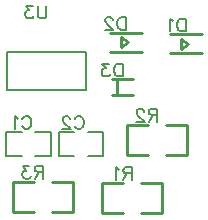
<source format=gbo>
G04 Layer: BottomSilkLayer*
G04 EasyEDA v6.1.52, Mon, 22 Jul 2019 07:30:32 GMT*
G04 48bfd73402ea4c338a6de7f667507198,62ece946848449f3960951035e99d9e0,10*
G04 Gerber Generator version 0.2*
G04 Scale: 100 percent, Rotated: No, Reflected: No *
G04 Dimensions in millimeters *
G04 leading zeros omitted , absolute positions ,3 integer and 3 decimal *
%FSLAX33Y33*%
%MOMM*%
G90*
G71D02*

%ADD31C,0.254000*%
%ADD32C,0.152400*%
%ADD34C,0.200660*%
%ADD35C,0.199898*%

%LPD*%
G54D34*
G01X835Y14500D02*
G01X7536Y14500D01*
G01X7536Y17749D01*
G01X835Y17749D01*
G01X835Y14500D01*
G54D31*
G01X11099Y18542D02*
G01X10515Y18948D01*
G01X10515Y18948D02*
G01X10515Y18135D01*
G01X10515Y18135D02*
G01X11099Y18542D01*
G01X12268Y19329D02*
G01X9575Y19329D01*
G01X9575Y17754D02*
G01X12268Y17754D01*
G01X16179Y18415D02*
G01X15595Y18821D01*
G01X15595Y18821D02*
G01X15595Y18008D01*
G01X15595Y18008D02*
G01X16179Y18415D01*
G01X17348Y19202D02*
G01X14655Y19202D01*
G01X14655Y17627D02*
G01X17348Y17627D01*
G01X11557Y15392D02*
G01X11176Y15392D01*
G01X11176Y15392D02*
G01X9779Y15392D01*
G01X11557Y14071D02*
G01X11176Y14071D01*
G01X11176Y14071D02*
G01X9779Y14071D01*
G01X10167Y15332D02*
G01X10167Y14111D01*
G01X14351Y11557D02*
G01X16129Y11557D01*
G01X16129Y9017D01*
G01X14351Y9017D01*
G01X12827Y9017D02*
G01X11049Y9017D01*
G01X11049Y11557D01*
G01X12827Y11557D01*
G01X4699Y6731D02*
G01X6477Y6731D01*
G01X6477Y4191D01*
G01X4699Y4191D01*
G01X3175Y4191D02*
G01X1397Y4191D01*
G01X1397Y6731D01*
G01X3175Y6731D01*
G01X12192Y6604D02*
G01X13970Y6604D01*
G01X13970Y4064D01*
G01X12192Y4064D01*
G01X10668Y4064D02*
G01X8890Y4064D01*
G01X8890Y6604D01*
G01X10668Y6604D01*
G54D35*
G01X2112Y8871D02*
G01X792Y8871D01*
G01X792Y10941D01*
G01X2112Y10941D01*
G01X3244Y8871D02*
G01X4564Y8871D01*
G01X4564Y10941D01*
G01X3244Y10941D01*
G01X6557Y8871D02*
G01X5237Y8871D01*
G01X5237Y10941D01*
G01X6557Y10941D01*
G01X7689Y8871D02*
G01X9009Y8871D01*
G01X9009Y10941D01*
G01X7689Y10941D01*
G54D32*
G01X4203Y21650D02*
G01X4203Y20873D01*
G01X4152Y20716D01*
G01X4048Y20612D01*
G01X3891Y20561D01*
G01X3787Y20561D01*
G01X3632Y20612D01*
G01X3528Y20716D01*
G01X3477Y20873D01*
G01X3477Y21650D01*
G01X3030Y21650D02*
G01X2458Y21650D01*
G01X2768Y21236D01*
G01X2613Y21236D01*
G01X2509Y21183D01*
G01X2458Y21132D01*
G01X2405Y20977D01*
G01X2405Y20873D01*
G01X2458Y20716D01*
G01X2562Y20612D01*
G01X2717Y20561D01*
G01X2872Y20561D01*
G01X3030Y20612D01*
G01X3081Y20665D01*
G01X3134Y20769D01*
G01X10922Y20673D02*
G01X10922Y19583D01*
G01X10922Y20673D02*
G01X10558Y20673D01*
G01X10401Y20622D01*
G01X10299Y20518D01*
G01X10246Y20413D01*
G01X10195Y20259D01*
G01X10195Y19999D01*
G01X10246Y19842D01*
G01X10299Y19738D01*
G01X10401Y19634D01*
G01X10558Y19583D01*
G01X10922Y19583D01*
G01X9799Y20413D02*
G01X9799Y20467D01*
G01X9748Y20571D01*
G01X9695Y20622D01*
G01X9591Y20673D01*
G01X9385Y20673D01*
G01X9281Y20622D01*
G01X9227Y20571D01*
G01X9177Y20467D01*
G01X9177Y20363D01*
G01X9227Y20259D01*
G01X9331Y20101D01*
G01X9852Y19583D01*
G01X9123Y19583D01*
G01X16002Y20546D02*
G01X16002Y19456D01*
G01X16002Y20546D02*
G01X15638Y20546D01*
G01X15481Y20495D01*
G01X15379Y20391D01*
G01X15326Y20286D01*
G01X15275Y20132D01*
G01X15275Y19872D01*
G01X15326Y19715D01*
G01X15379Y19611D01*
G01X15481Y19507D01*
G01X15638Y19456D01*
G01X16002Y19456D01*
G01X14932Y20340D02*
G01X14828Y20391D01*
G01X14671Y20546D01*
G01X14671Y19456D01*
G01X10668Y16736D02*
G01X10668Y15646D01*
G01X10668Y16736D02*
G01X10304Y16736D01*
G01X10147Y16685D01*
G01X10045Y16581D01*
G01X9992Y16477D01*
G01X9941Y16322D01*
G01X9941Y16063D01*
G01X9992Y15905D01*
G01X10045Y15801D01*
G01X10147Y15697D01*
G01X10304Y15646D01*
G01X10668Y15646D01*
G01X9494Y16736D02*
G01X8923Y16736D01*
G01X9232Y16322D01*
G01X9077Y16322D01*
G01X8973Y16268D01*
G01X8923Y16218D01*
G01X8869Y16063D01*
G01X8869Y15959D01*
G01X8923Y15801D01*
G01X9027Y15697D01*
G01X9182Y15646D01*
G01X9337Y15646D01*
G01X9494Y15697D01*
G01X9545Y15750D01*
G01X9598Y15854D01*
G01X13589Y12900D02*
G01X13589Y11811D01*
G01X13589Y12900D02*
G01X13121Y12900D01*
G01X12966Y12849D01*
G01X12913Y12799D01*
G01X12862Y12694D01*
G01X12862Y12590D01*
G01X12913Y12486D01*
G01X12966Y12433D01*
G01X13121Y12382D01*
G01X13589Y12382D01*
G01X13225Y12382D02*
G01X12862Y11811D01*
G01X12466Y12641D02*
G01X12466Y12694D01*
G01X12415Y12799D01*
G01X12362Y12849D01*
G01X12258Y12900D01*
G01X12052Y12900D01*
G01X11948Y12849D01*
G01X11894Y12799D01*
G01X11844Y12694D01*
G01X11844Y12590D01*
G01X11894Y12486D01*
G01X11998Y12329D01*
G01X12519Y11811D01*
G01X11790Y11811D01*
G01X3937Y8074D02*
G01X3937Y6985D01*
G01X3937Y8074D02*
G01X3469Y8074D01*
G01X3314Y8023D01*
G01X3261Y7973D01*
G01X3210Y7868D01*
G01X3210Y7764D01*
G01X3261Y7660D01*
G01X3314Y7607D01*
G01X3469Y7556D01*
G01X3937Y7556D01*
G01X3573Y7556D02*
G01X3210Y6985D01*
G01X2763Y8074D02*
G01X2192Y8074D01*
G01X2501Y7660D01*
G01X2346Y7660D01*
G01X2242Y7607D01*
G01X2192Y7556D01*
G01X2138Y7401D01*
G01X2138Y7297D01*
G01X2192Y7139D01*
G01X2296Y7035D01*
G01X2451Y6985D01*
G01X2606Y6985D01*
G01X2763Y7035D01*
G01X2814Y7089D01*
G01X2867Y7193D01*
G01X11430Y7947D02*
G01X11430Y6858D01*
G01X11430Y7947D02*
G01X10962Y7947D01*
G01X10807Y7896D01*
G01X10754Y7846D01*
G01X10703Y7741D01*
G01X10703Y7637D01*
G01X10754Y7533D01*
G01X10807Y7480D01*
G01X10962Y7429D01*
G01X11430Y7429D01*
G01X11066Y7429D02*
G01X10703Y6858D01*
G01X10360Y7741D02*
G01X10256Y7792D01*
G01X10099Y7947D01*
G01X10099Y6858D01*
G01X2141Y12027D02*
G01X2194Y12131D01*
G01X2298Y12235D01*
G01X2400Y12286D01*
G01X2608Y12286D01*
G01X2712Y12235D01*
G01X2817Y12131D01*
G01X2870Y12027D01*
G01X2921Y11869D01*
G01X2921Y11610D01*
G01X2870Y11455D01*
G01X2817Y11351D01*
G01X2712Y11247D01*
G01X2608Y11194D01*
G01X2400Y11194D01*
G01X2298Y11247D01*
G01X2194Y11351D01*
G01X2141Y11455D01*
G01X1798Y12077D02*
G01X1694Y12131D01*
G01X1539Y12286D01*
G01X1539Y11194D01*
G01X6586Y12027D02*
G01X6639Y12131D01*
G01X6743Y12235D01*
G01X6845Y12286D01*
G01X7053Y12286D01*
G01X7157Y12235D01*
G01X7262Y12131D01*
G01X7315Y12027D01*
G01X7366Y11869D01*
G01X7366Y11610D01*
G01X7315Y11455D01*
G01X7262Y11351D01*
G01X7157Y11247D01*
G01X7053Y11194D01*
G01X6845Y11194D01*
G01X6743Y11247D01*
G01X6639Y11351D01*
G01X6586Y11455D01*
G01X6192Y12027D02*
G01X6192Y12077D01*
G01X6139Y12182D01*
G01X6088Y12235D01*
G01X5984Y12286D01*
G01X5776Y12286D01*
G01X5672Y12235D01*
G01X5621Y12182D01*
G01X5567Y12077D01*
G01X5567Y11973D01*
G01X5621Y11869D01*
G01X5725Y11714D01*
G01X6243Y11194D01*
G01X5517Y11194D01*
M00*
M02*

</source>
